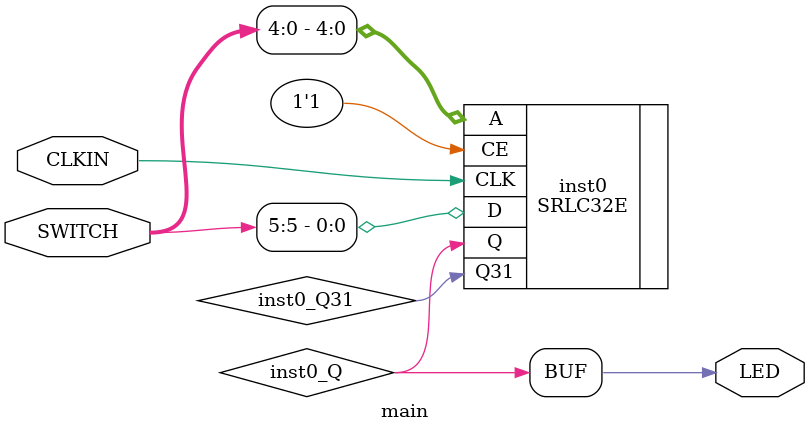
<source format=v>
module main (output [0:0] LED, input [5:0] SWITCH, input  CLKIN);
wire  inst0_Q;
wire  inst0_Q31;
SRLC32E #(.INIT(64'h0000000100000001)) inst0 (.A({SWITCH[4],SWITCH[3],SWITCH[2],SWITCH[1],SWITCH[0]}), .D(SWITCH[5]), .Q(inst0_Q), .Q31(inst0_Q31), .CE(1'b1), .CLK(CLKIN));
assign LED = {inst0_Q};
endmodule


</source>
